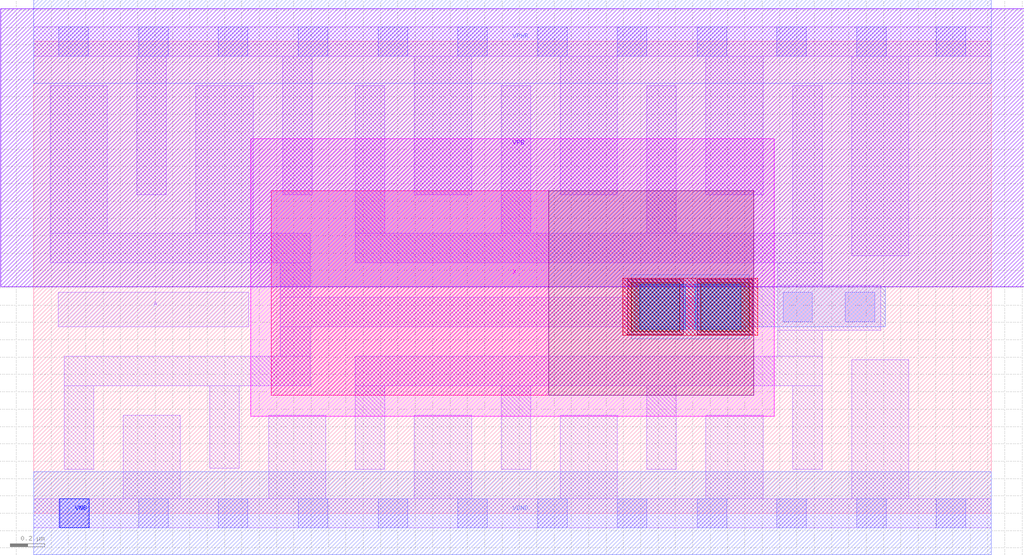
<source format=lef>
# Copyright 2020 The SkyWater PDK Authors
#
# Licensed under the Apache License, Version 2.0 (the "License");
# you may not use this file except in compliance with the License.
# You may obtain a copy of the License at
#
#     https://www.apache.org/licenses/LICENSE-2.0
#
# Unless required by applicable law or agreed to in writing, software
# distributed under the License is distributed on an "AS IS" BASIS,
# WITHOUT WARRANTIES OR CONDITIONS OF ANY KIND, either express or implied.
# See the License for the specific language governing permissions and
# limitations under the License.
#
# SPDX-License-Identifier: Apache-2.0

VERSION 5.7 ;
  NOWIREEXTENSIONATPIN ON ;
  DIVIDERCHAR "/" ;
  BUSBITCHARS "[]" ;
MACRO sky130_fd_sc_hd__probe_p_8
  CLASS CORE ;
  FOREIGN sky130_fd_sc_hd__probe_p_8 ;
  ORIGIN  0.000000  0.000000 ;
  SIZE  5.520000 BY  2.720000 ;
  SYMMETRY X Y R90 ;
  SITE unithd ;
  PIN A
    ANTENNAGATEAREA  0.742500 ;
    DIRECTION INPUT ;
    USE SIGNAL ;
    PORT
      LAYER li1 ;
        RECT 0.140000 1.075000 1.240000 1.275000 ;
    END
  END A
  PIN VNB
    PORT
      LAYER pwell ;
        RECT 0.150000 -0.085000 0.320000 0.085000 ;
    END
  END VNB
  PIN VPB
    PORT
      LAYER nwell ;
        RECT -0.190000 1.305000 5.710000 2.910000 ;
    END
  END VPB
  PIN X
    ANTENNADIFFAREA  1.782000 ;
    DIRECTION OUTPUT ;
    USE SIGNAL ;
    PORT
      LAYER met5 ;
        RECT 1.250000 0.560000 4.270000 2.160000 ;
    END
  END X
  PIN VGND
    DIRECTION INOUT ;
    SHAPE ABUTMENT ;
    USE GROUND ;
    PORT
      LAYER met1 ;
        RECT 0.000000 -0.240000 5.520000 0.240000 ;
    END
  END VGND
  PIN VPWR
    DIRECTION INOUT ;
    SHAPE ABUTMENT ;
    USE POWER ;
    PORT
      LAYER met1 ;
        RECT 0.000000 2.480000 5.520000 2.960000 ;
    END
  END VPWR
  OBS
    LAYER li1 ;
      RECT 0.000000 -0.085000 5.520000 0.085000 ;
      RECT 0.000000  2.635000 5.520000 2.805000 ;
      RECT 0.095000  1.445000 1.595000 1.615000 ;
      RECT 0.095000  1.615000 0.425000 2.465000 ;
      RECT 0.175000  0.255000 0.345000 0.735000 ;
      RECT 0.175000  0.735000 1.595000 0.905000 ;
      RECT 0.515000  0.085000 0.845000 0.565000 ;
      RECT 0.595000  1.835000 0.765000 2.635000 ;
      RECT 0.935000  1.615000 1.265000 2.465000 ;
      RECT 1.015000  0.260000 1.185000 0.735000 ;
      RECT 1.355000  0.085000 1.685000 0.565000 ;
      RECT 1.420000  0.905000 1.595000 1.075000 ;
      RECT 1.420000  1.075000 4.045000 1.245000 ;
      RECT 1.420000  1.245000 1.595000 1.445000 ;
      RECT 1.435000  1.835000 1.605000 2.635000 ;
      RECT 1.855000  0.255000 2.025000 0.735000 ;
      RECT 1.855000  0.735000 4.545000 0.905000 ;
      RECT 1.855000  1.445000 4.545000 1.615000 ;
      RECT 1.855000  1.615000 2.025000 2.465000 ;
      RECT 2.195000  0.085000 2.525000 0.565000 ;
      RECT 2.195000  1.835000 2.525000 2.635000 ;
      RECT 2.695000  0.255000 2.865000 0.735000 ;
      RECT 2.695000  1.615000 2.865000 2.465000 ;
      RECT 3.035000  0.085000 3.365000 0.565000 ;
      RECT 3.035000  1.835000 3.365000 2.635000 ;
      RECT 3.535000  0.255000 3.705000 0.735000 ;
      RECT 3.535000  1.615000 3.705000 2.465000 ;
      RECT 3.875000  0.085000 4.205000 0.565000 ;
      RECT 3.875000  1.835000 4.205000 2.635000 ;
      RECT 4.290000  0.905000 4.545000 1.055000 ;
      RECT 4.290000  1.055000 4.885000 1.315000 ;
      RECT 4.290000  1.315000 4.545000 1.445000 ;
      RECT 4.375000  0.255000 4.545000 0.735000 ;
      RECT 4.375000  1.615000 4.545000 2.465000 ;
      RECT 4.715000  0.085000 5.045000 0.885000 ;
      RECT 4.715000  1.485000 5.045000 2.635000 ;
    LAYER mcon ;
      RECT 0.145000 -0.085000 0.315000 0.085000 ;
      RECT 0.145000  2.635000 0.315000 2.805000 ;
      RECT 0.605000 -0.085000 0.775000 0.085000 ;
      RECT 0.605000  2.635000 0.775000 2.805000 ;
      RECT 1.065000 -0.085000 1.235000 0.085000 ;
      RECT 1.065000  2.635000 1.235000 2.805000 ;
      RECT 1.525000 -0.085000 1.695000 0.085000 ;
      RECT 1.525000  2.635000 1.695000 2.805000 ;
      RECT 1.985000 -0.085000 2.155000 0.085000 ;
      RECT 1.985000  2.635000 2.155000 2.805000 ;
      RECT 2.445000 -0.085000 2.615000 0.085000 ;
      RECT 2.445000  2.635000 2.615000 2.805000 ;
      RECT 2.905000 -0.085000 3.075000 0.085000 ;
      RECT 2.905000  2.635000 3.075000 2.805000 ;
      RECT 3.365000 -0.085000 3.535000 0.085000 ;
      RECT 3.365000  2.635000 3.535000 2.805000 ;
      RECT 3.825000 -0.085000 3.995000 0.085000 ;
      RECT 3.825000  2.635000 3.995000 2.805000 ;
      RECT 4.285000 -0.085000 4.455000 0.085000 ;
      RECT 4.285000  2.635000 4.455000 2.805000 ;
      RECT 4.320000  1.105000 4.490000 1.275000 ;
      RECT 4.680000  1.105000 4.850000 1.275000 ;
      RECT 4.745000 -0.085000 4.915000 0.085000 ;
      RECT 4.745000  2.635000 4.915000 2.805000 ;
      RECT 5.205000 -0.085000 5.375000 0.085000 ;
      RECT 5.205000  2.635000 5.375000 2.805000 ;
    LAYER met1 ;
      RECT 3.465000 1.060000 4.105000 1.075000 ;
      RECT 3.465000 1.075000 4.910000 1.305000 ;
      RECT 3.465000 1.305000 4.105000 1.320000 ;
    LAYER met2 ;
      RECT 3.445000 1.005000 4.125000 1.375000 ;
    LAYER met3 ;
      RECT 3.395000 1.025000 4.175000 1.355000 ;
    LAYER met4 ;
      RECT 1.370000 0.680000 4.150000 1.860000 ;
    LAYER via ;
      RECT 3.495000 1.060000 3.755000 1.320000 ;
      RECT 3.815000 1.060000 4.075000 1.320000 ;
    LAYER via2 ;
      RECT 3.445000 1.050000 3.725000 1.330000 ;
      RECT 3.845000 1.050000 4.125000 1.330000 ;
    LAYER via3 ;
      RECT 3.425000 1.030000 3.745000 1.350000 ;
      RECT 3.825000 1.030000 4.145000 1.350000 ;
    LAYER via4 ;
      RECT 2.970000 0.680000 4.150000 1.860000 ;
  END
END sky130_fd_sc_hd__probe_p_8
END LIBRARY

</source>
